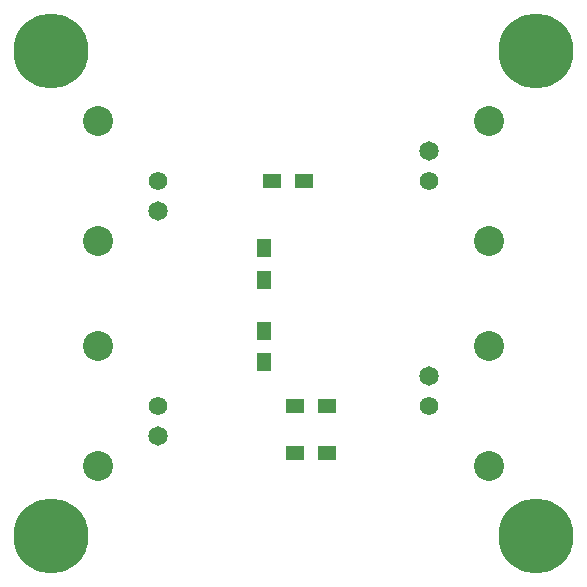
<source format=gbr>
G04 #@! TF.FileFunction,Soldermask,Top*
%FSLAX46Y46*%
G04 Gerber Fmt 4.6, Leading zero omitted, Abs format (unit mm)*
G04 Created by KiCad (PCBNEW (after 2015-mar-04 BZR unknown)-product) date 5/15/2017 4:58:40 PM*
%MOMM*%
G01*
G04 APERTURE LIST*
%ADD10C,0.150000*%
%ADD11C,6.350000*%
%ADD12C,1.574800*%
%ADD13C,1.651000*%
%ADD14C,2.540000*%
%ADD15R,1.500000X1.300000*%
%ADD16R,1.300000X1.500000*%
G04 APERTURE END LIST*
D10*
D11*
X4000000Y-45000000D03*
X45000000Y-4000000D03*
X4000000Y-4000000D03*
D12*
X13000000Y-15000000D03*
D13*
X13000000Y-17540000D03*
D14*
X7920000Y-20080000D03*
X7920000Y-9920000D03*
D11*
X45000000Y-45000000D03*
D12*
X36000000Y-15000000D03*
D13*
X36000000Y-12460000D03*
D14*
X41080000Y-9920000D03*
X41080000Y-20080000D03*
D15*
X27350000Y-34000000D03*
X24650000Y-34000000D03*
D16*
X22000000Y-23350000D03*
X22000000Y-20650000D03*
X22000000Y-27650000D03*
X22000000Y-30350000D03*
D15*
X22650000Y-15000000D03*
X25350000Y-15000000D03*
X24650000Y-38000000D03*
X27350000Y-38000000D03*
D12*
X13000000Y-34000000D03*
D13*
X13000000Y-36540000D03*
D14*
X7920000Y-39080000D03*
X7920000Y-28920000D03*
D12*
X36000000Y-34000000D03*
D13*
X36000000Y-31460000D03*
D14*
X41080000Y-28920000D03*
X41080000Y-39080000D03*
M02*

</source>
